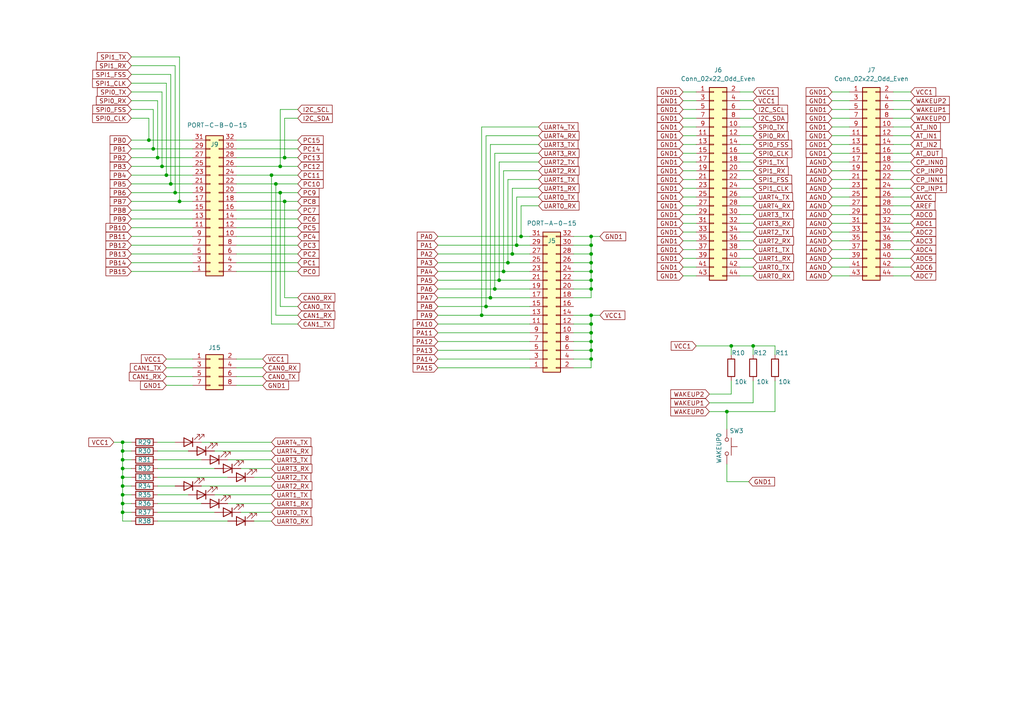
<source format=kicad_sch>
(kicad_sch (version 20250114) (generator "eeschema") (generator_version "9.0")
  (paper "A4")
  (junction (at 171.45 96.52))
  (junction (at 35.56 130.81))
  (junction (at 82.55 58.42))
  (junction (at 35.56 133.35))
  (junction (at 171.45 73.66))
  (junction (at 139.7 91.44))
  (junction (at 149.86 71.12))
  (junction (at 212.09 100.33))
  (junction (at 35.56 128.27))
  (junction (at 35.56 148.59))
  (junction (at 45.72 45.72))
  (junction (at 49.53 53.34))
  (junction (at 148.59 73.66))
  (junction (at 147.32 76.2))
  (junction (at 171.45 78.74))
  (junction (at 43.18 40.64))
  (junction (at 140.97 88.9))
  (junction (at 171.45 99.06))
  (junction (at 78.74 50.8))
  (junction (at 80.01 53.34))
  (junction (at 35.56 140.97))
  (junction (at 50.8 55.88))
  (junction (at 171.45 68.58))
  (junction (at 144.78 81.28))
  (junction (at 171.45 93.98))
  (junction (at 46.99 48.26))
  (junction (at 48.26 50.8))
  (junction (at 142.24 86.36))
  (junction (at 52.07 58.42))
  (junction (at 35.56 146.05))
  (junction (at 218.44 100.33))
  (junction (at 44.45 43.18))
  (junction (at 210.82 119.38))
  (junction (at 35.56 135.89))
  (junction (at 171.45 91.44))
  (junction (at 81.28 55.88))
  (junction (at 171.45 71.12))
  (junction (at 171.45 76.2))
  (junction (at 146.05 78.74))
  (junction (at 171.45 104.14))
  (junction (at 35.56 143.51))
  (junction (at 81.28 48.26))
  (junction (at 171.45 83.82))
  (junction (at 143.51 83.82))
  (junction (at 151.13 68.58))
  (junction (at 171.45 101.6))
  (junction (at 171.45 81.28))
  (junction (at 35.56 138.43))
  (junction (at 82.55 45.72))
  (wire (pts (xy 241.3 64.77) (xy 246.38 64.77)))
  (wire (pts (xy 38.1 45.72) (xy 45.72 45.72)))
  (wire (pts (xy 201.93 100.33) (xy 212.09 100.33)))
  (wire (pts (xy 218.44 100.33) (xy 212.09 100.33)))
  (wire (pts (xy 198.12 69.85) (xy 201.93 69.85)))
  (wire (pts (xy 241.3 36.83) (xy 246.38 36.83)))
  (wire (pts (xy 68.58 60.96) (xy 86.36 60.96)))
  (wire (pts (xy 241.3 72.39) (xy 246.38 72.39)))
  (wire (pts (xy 151.13 68.58) (xy 153.67 68.58)))
  (wire (pts (xy 166.37 71.12) (xy 171.45 71.12)))
  (wire (pts (xy 166.37 104.14) (xy 171.45 104.14)))
  (wire (pts (xy 156.21 54.61) (xy 148.59 54.61)))
  (wire (pts (xy 198.12 57.15) (xy 201.93 57.15)))
  (wire (pts (xy 86.36 93.98) (xy 78.74 93.98)))
  (wire (pts (xy 198.12 72.39) (xy 201.93 72.39)))
  (wire (pts (xy 198.12 54.61) (xy 201.93 54.61)))
  (wire (pts (xy 241.3 74.93) (xy 246.38 74.93)))
  (wire (pts (xy 264.16 69.85) (xy 259.08 69.85)))
  (wire (pts (xy 139.7 36.83) (xy 139.7 91.44)))
  (wire (pts (xy 127 91.44) (xy 139.7 91.44)))
  (wire (pts (xy 38.1 151.13) (xy 35.56 151.13)))
  (wire (pts (xy 198.12 67.31) (xy 201.93 67.31)))
  (wire (pts (xy 147.32 52.07) (xy 147.32 76.2)))
  (wire (pts (xy 35.56 148.59) (xy 35.56 146.05)))
  (wire (pts (xy 38.1 53.34) (xy 49.53 53.34)))
  (wire (pts (xy 66.04 133.35) (xy 78.74 133.35)))
  (wire (pts (xy 86.36 88.9) (xy 81.28 88.9)))
  (wire (pts (xy 73.66 138.43) (xy 78.74 138.43)))
  (wire (pts (xy 241.3 80.01) (xy 246.38 80.01)))
  (wire (pts (xy 210.82 119.38) (xy 224.79 119.38)))
  (wire (pts (xy 214.63 54.61) (xy 218.44 54.61)))
  (wire (pts (xy 142.24 86.36) (xy 153.67 86.36)))
  (wire (pts (xy 156.21 46.99) (xy 144.78 46.99)))
  (wire (pts (xy 264.16 77.47) (xy 259.08 77.47)))
  (wire (pts (xy 38.1 26.67) (xy 46.99 26.67)))
  (wire (pts (xy 38.1 68.58) (xy 55.88 68.58)))
  (wire (pts (xy 264.16 39.37) (xy 259.08 39.37)))
  (wire (pts (xy 166.37 81.28) (xy 171.45 81.28)))
  (wire (pts (xy 198.12 26.67) (xy 201.93 26.67)))
  (wire (pts (xy 156.21 49.53) (xy 146.05 49.53)))
  (wire (pts (xy 218.44 77.47) (xy 214.63 77.47)))
  (wire (pts (xy 166.37 96.52) (xy 171.45 96.52)))
  (wire (pts (xy 156.21 59.69) (xy 151.13 59.69)))
  (wire (pts (xy 198.12 41.91) (xy 201.93 41.91)))
  (wire (pts (xy 171.45 78.74) (xy 171.45 81.28)))
  (wire (pts (xy 38.1 148.59) (xy 35.56 148.59)))
  (wire (pts (xy 38.1 66.04) (xy 55.88 66.04)))
  (wire (pts (xy 78.74 93.98) (xy 78.74 50.8)))
  (wire (pts (xy 62.23 130.81) (xy 78.74 130.81)))
  (wire (pts (xy 35.56 143.51) (xy 35.56 146.05)))
  (wire (pts (xy 127 86.36) (xy 142.24 86.36)))
  (wire (pts (xy 45.72 130.81) (xy 54.61 130.81)))
  (wire (pts (xy 35.56 140.97) (xy 35.56 138.43)))
  (wire (pts (xy 43.18 40.64) (xy 55.88 40.64)))
  (wire (pts (xy 212.09 102.87) (xy 212.09 100.33)))
  (wire (pts (xy 86.36 73.66) (xy 68.58 73.66)))
  (wire (pts (xy 68.58 104.14) (xy 76.2 104.14)))
  (wire (pts (xy 35.56 128.27) (xy 38.1 128.27)))
  (wire (pts (xy 264.16 54.61) (xy 259.08 54.61)))
  (wire (pts (xy 66.04 146.05) (xy 78.74 146.05)))
  (wire (pts (xy 81.28 48.26) (xy 68.58 48.26)))
  (wire (pts (xy 151.13 59.69) (xy 151.13 68.58)))
  (wire (pts (xy 127 71.12) (xy 149.86 71.12)))
  (wire (pts (xy 171.45 68.58) (xy 171.45 71.12)))
  (wire (pts (xy 241.3 26.67) (xy 246.38 26.67)))
  (wire (pts (xy 38.1 48.26) (xy 46.99 48.26)))
  (wire (pts (xy 69.85 148.59) (xy 78.74 148.59)))
  (wire (pts (xy 198.12 64.77) (xy 201.93 64.77)))
  (wire (pts (xy 35.56 133.35) (xy 35.56 130.81)))
  (wire (pts (xy 44.45 43.18) (xy 55.88 43.18)))
  (wire (pts (xy 264.16 34.29) (xy 259.08 34.29)))
  (wire (pts (xy 33.02 128.27) (xy 35.56 128.27)))
  (wire (pts (xy 69.85 135.89) (xy 78.74 135.89)))
  (wire (pts (xy 166.37 93.98) (xy 171.45 93.98)))
  (wire (pts (xy 45.72 128.27) (xy 50.8 128.27)))
  (wire (pts (xy 127 88.9) (xy 140.97 88.9)))
  (wire (pts (xy 127 99.06) (xy 153.67 99.06)))
  (wire (pts (xy 264.16 72.39) (xy 259.08 72.39)))
  (wire (pts (xy 198.12 29.21) (xy 201.93 29.21)))
  (wire (pts (xy 264.16 57.15) (xy 259.08 57.15)))
  (wire (pts (xy 48.26 106.68) (xy 55.88 106.68)))
  (wire (pts (xy 140.97 39.37) (xy 140.97 88.9)))
  (wire (pts (xy 166.37 99.06) (xy 171.45 99.06)))
  (wire (pts (xy 38.1 133.35) (xy 35.56 133.35)))
  (wire (pts (xy 198.12 34.29) (xy 201.93 34.29)))
  (wire (pts (xy 241.3 44.45) (xy 246.38 44.45)))
  (wire (pts (xy 45.72 140.97) (xy 50.8 140.97)))
  (wire (pts (xy 218.44 67.31) (xy 214.63 67.31)))
  (wire (pts (xy 142.24 41.91) (xy 142.24 86.36)))
  (wire (pts (xy 35.56 151.13) (xy 35.56 148.59)))
  (wire (pts (xy 149.86 57.15) (xy 149.86 71.12)))
  (wire (pts (xy 214.63 46.99) (xy 218.44 46.99)))
  (wire (pts (xy 171.45 93.98) (xy 171.45 91.44)))
  (wire (pts (xy 82.55 45.72) (xy 68.58 45.72)))
  (wire (pts (xy 241.3 69.85) (xy 246.38 69.85)))
  (wire (pts (xy 38.1 24.13) (xy 48.26 24.13)))
  (wire (pts (xy 264.16 59.69) (xy 259.08 59.69)))
  (wire (pts (xy 38.1 146.05) (xy 35.56 146.05)))
  (wire (pts (xy 38.1 19.05) (xy 50.8 19.05)))
  (wire (pts (xy 218.44 72.39) (xy 214.63 72.39)))
  (wire (pts (xy 127 101.6) (xy 153.67 101.6)))
  (wire (pts (xy 140.97 88.9) (xy 153.67 88.9)))
  (wire (pts (xy 166.37 68.58) (xy 171.45 68.58)))
  (wire (pts (xy 212.09 114.3) (xy 205.74 114.3)))
  (wire (pts (xy 48.26 104.14) (xy 55.88 104.14)))
  (wire (pts (xy 38.1 58.42) (xy 52.07 58.42)))
  (wire (pts (xy 82.55 58.42) (xy 68.58 58.42)))
  (wire (pts (xy 218.44 64.77) (xy 214.63 64.77)))
  (wire (pts (xy 224.79 100.33) (xy 218.44 100.33)))
  (wire (pts (xy 241.3 67.31) (xy 246.38 67.31)))
  (wire (pts (xy 264.16 31.75) (xy 259.08 31.75)))
  (wire (pts (xy 224.79 102.87) (xy 224.79 100.33)))
  (wire (pts (xy 148.59 73.66) (xy 153.67 73.66)))
  (wire (pts (xy 241.3 57.15) (xy 246.38 57.15)))
  (wire (pts (xy 38.1 71.12) (xy 55.88 71.12)))
  (wire (pts (xy 48.26 109.22) (xy 55.88 109.22)))
  (wire (pts (xy 198.12 49.53) (xy 201.93 49.53)))
  (wire (pts (xy 241.3 77.47) (xy 246.38 77.47)))
  (wire (pts (xy 45.72 133.35) (xy 58.42 133.35)))
  (wire (pts (xy 218.44 110.49) (xy 218.44 116.84)))
  (wire (pts (xy 38.1 73.66) (xy 55.88 73.66)))
  (wire (pts (xy 45.72 135.89) (xy 62.23 135.89)))
  (wire (pts (xy 81.28 88.9) (xy 81.28 55.88)))
  (wire (pts (xy 86.36 91.44) (xy 80.01 91.44)))
  (wire (pts (xy 38.1 29.21) (xy 45.72 29.21)))
  (wire (pts (xy 264.16 64.77) (xy 259.08 64.77)))
  (wire (pts (xy 171.45 73.66) (xy 171.45 76.2)))
  (wire (pts (xy 49.53 21.59) (xy 49.53 53.34)))
  (wire (pts (xy 166.37 106.68) (xy 171.45 106.68)))
  (wire (pts (xy 127 78.74) (xy 146.05 78.74)))
  (wire (pts (xy 198.12 80.01) (xy 201.93 80.01)))
  (wire (pts (xy 171.45 81.28) (xy 171.45 83.82)))
  (wire (pts (xy 143.51 44.45) (xy 143.51 83.82)))
  (wire (pts (xy 38.1 76.2) (xy 55.88 76.2)))
  (wire (pts (xy 148.59 54.61) (xy 148.59 73.66)))
  (wire (pts (xy 35.56 135.89) (xy 35.56 133.35)))
  (wire (pts (xy 86.36 86.36) (xy 82.55 86.36)))
  (wire (pts (xy 198.12 52.07) (xy 201.93 52.07)))
  (wire (pts (xy 45.72 29.21) (xy 45.72 45.72)))
  (wire (pts (xy 86.36 55.88) (xy 81.28 55.88)))
  (wire (pts (xy 38.1 60.96) (xy 55.88 60.96)))
  (wire (pts (xy 86.36 66.04) (xy 68.58 66.04)))
  (wire (pts (xy 86.36 68.58) (xy 68.58 68.58)))
  (wire (pts (xy 218.44 80.01) (xy 214.63 80.01)))
  (wire (pts (xy 38.1 34.29) (xy 43.18 34.29)))
  (wire (pts (xy 166.37 83.82) (xy 171.45 83.82)))
  (wire (pts (xy 86.36 63.5) (xy 68.58 63.5)))
  (wire (pts (xy 127 76.2) (xy 147.32 76.2)))
  (wire (pts (xy 44.45 31.75) (xy 44.45 43.18)))
  (wire (pts (xy 264.16 44.45) (xy 259.08 44.45)))
  (wire (pts (xy 214.63 41.91) (xy 218.44 41.91)))
  (wire (pts (xy 166.37 78.74) (xy 171.45 78.74)))
  (wire (pts (xy 214.63 36.83) (xy 218.44 36.83)))
  (wire (pts (xy 81.28 31.75) (xy 81.28 48.26)))
  (wire (pts (xy 50.8 55.88) (xy 55.88 55.88)))
  (wire (pts (xy 45.72 143.51) (xy 54.61 143.51)))
  (wire (pts (xy 241.3 46.99) (xy 246.38 46.99)))
  (wire (pts (xy 198.12 46.99) (xy 201.93 46.99)))
  (wire (pts (xy 264.16 41.91) (xy 259.08 41.91)))
  (wire (pts (xy 241.3 54.61) (xy 246.38 54.61)))
  (wire (pts (xy 68.58 106.68) (xy 76.2 106.68)))
  (wire (pts (xy 149.86 71.12) (xy 153.67 71.12)))
  (wire (pts (xy 205.74 119.38) (xy 210.82 119.38)))
  (wire (pts (xy 86.36 71.12) (xy 68.58 71.12)))
  (wire (pts (xy 214.63 49.53) (xy 218.44 49.53)))
  (wire (pts (xy 171.45 99.06) (xy 171.45 96.52)))
  (wire (pts (xy 86.36 58.42) (xy 82.55 58.42)))
  (wire (pts (xy 156.21 41.91) (xy 142.24 41.91)))
  (wire (pts (xy 241.3 29.21) (xy 246.38 29.21)))
  (wire (pts (xy 127 104.14) (xy 153.67 104.14)))
  (wire (pts (xy 264.16 67.31) (xy 259.08 67.31)))
  (wire (pts (xy 218.44 62.23) (xy 214.63 62.23)))
  (wire (pts (xy 58.42 140.97) (xy 78.74 140.97)))
  (wire (pts (xy 218.44 34.29) (xy 214.63 34.29)))
  (wire (pts (xy 166.37 76.2) (xy 171.45 76.2)))
  (wire (pts (xy 146.05 49.53) (xy 146.05 78.74)))
  (wire (pts (xy 38.1 31.75) (xy 44.45 31.75)))
  (wire (pts (xy 212.09 110.49) (xy 212.09 114.3)))
  (wire (pts (xy 45.72 151.13) (xy 66.04 151.13)))
  (wire (pts (xy 144.78 81.28) (xy 153.67 81.28)))
  (wire (pts (xy 35.56 143.51) (xy 35.56 140.97)))
  (wire (pts (xy 214.63 39.37) (xy 218.44 39.37)))
  (wire (pts (xy 171.45 71.12) (xy 171.45 73.66)))
  (wire (pts (xy 166.37 73.66) (xy 171.45 73.66)))
  (wire (pts (xy 241.3 41.91) (xy 246.38 41.91)))
  (wire (pts (xy 218.44 74.93) (xy 214.63 74.93)))
  (wire (pts (xy 68.58 111.76) (xy 76.2 111.76)))
  (wire (pts (xy 171.45 96.52) (xy 171.45 93.98)))
  (wire (pts (xy 241.3 39.37) (xy 246.38 39.37)))
  (wire (pts (xy 68.58 109.22) (xy 76.2 109.22)))
  (wire (pts (xy 127 96.52) (xy 153.67 96.52)))
  (wire (pts (xy 156.21 44.45) (xy 143.51 44.45)))
  (wire (pts (xy 127 73.66) (xy 148.59 73.66)))
  (wire (pts (xy 73.66 151.13) (xy 78.74 151.13)))
  (wire (pts (xy 49.53 53.34) (xy 55.88 53.34)))
  (wire (pts (xy 139.7 91.44) (xy 153.67 91.44)))
  (wire (pts (xy 214.63 29.21) (xy 218.44 29.21)))
  (wire (pts (xy 35.56 130.81) (xy 35.56 128.27)))
  (wire (pts (xy 214.63 26.67) (xy 218.44 26.67)))
  (wire (pts (xy 241.3 34.29) (xy 246.38 34.29)))
  (wire (pts (xy 45.72 146.05) (xy 58.42 146.05)))
  (wire (pts (xy 38.1 63.5) (xy 55.88 63.5)))
  (wire (pts (xy 214.63 44.45) (xy 218.44 44.45)))
  (wire (pts (xy 86.36 53.34) (xy 80.01 53.34)))
  (wire (pts (xy 38.1 138.43) (xy 35.56 138.43)))
  (wire (pts (xy 68.58 40.64) (xy 86.36 40.64)))
  (wire (pts (xy 210.82 139.7) (xy 210.82 134.62)))
  (wire (pts (xy 38.1 16.51) (xy 52.07 16.51)))
  (wire (pts (xy 127 83.82) (xy 143.51 83.82)))
  (wire (pts (xy 241.3 59.69) (xy 246.38 59.69)))
  (wire (pts (xy 218.44 59.69) (xy 214.63 59.69)))
  (wire (pts (xy 48.26 111.76) (xy 55.88 111.76)))
  (wire (pts (xy 264.16 52.07) (xy 259.08 52.07)))
  (wire (pts (xy 38.1 140.97) (xy 35.56 140.97)))
  (wire (pts (xy 264.16 26.67) (xy 259.08 26.67)))
  (wire (pts (xy 198.12 44.45) (xy 201.93 44.45)))
  (wire (pts (xy 198.12 39.37) (xy 201.93 39.37)))
  (wire (pts (xy 127 106.68) (xy 153.67 106.68)))
  (wire (pts (xy 127 93.98) (xy 153.67 93.98)))
  (wire (pts (xy 264.16 49.53) (xy 259.08 49.53)))
  (wire (pts (xy 217.17 139.7) (xy 210.82 139.7)))
  (wire (pts (xy 82.55 34.29) (xy 82.55 45.72)))
  (wire (pts (xy 210.82 119.38) (xy 210.82 124.46)))
  (wire (pts (xy 68.58 43.18) (xy 86.36 43.18)))
  (wire (pts (xy 48.26 24.13) (xy 48.26 50.8)))
  (wire (pts (xy 86.36 76.2) (xy 68.58 76.2)))
  (wire (pts (xy 38.1 43.18) (xy 44.45 43.18)))
  (wire (pts (xy 127 81.28) (xy 144.78 81.28)))
  (wire (pts (xy 86.36 48.26) (xy 81.28 48.26)))
  (wire (pts (xy 81.28 55.88) (xy 68.58 55.88)))
  (wire (pts (xy 86.36 34.29) (xy 82.55 34.29)))
  (wire (pts (xy 264.16 80.01) (xy 259.08 80.01)))
  (wire (pts (xy 156.21 36.83) (xy 139.7 36.83)))
  (wire (pts (xy 171.45 83.82) (xy 171.45 86.36)))
  (wire (pts (xy 38.1 40.64) (xy 43.18 40.64)))
  (wire (pts (xy 38.1 21.59) (xy 49.53 21.59)))
  (wire (pts (xy 241.3 49.53) (xy 246.38 49.53)))
  (wire (pts (xy 35.56 138.43) (xy 35.56 135.89)))
  (wire (pts (xy 144.78 46.99) (xy 144.78 81.28)))
  (wire (pts (xy 198.12 36.83) (xy 201.93 36.83)))
  (wire (pts (xy 198.12 77.47) (xy 201.93 77.47)))
  (wire (pts (xy 264.16 74.93) (xy 259.08 74.93)))
  (wire (pts (xy 45.72 45.72) (xy 55.88 45.72)))
  (wire (pts (xy 38.1 135.89) (xy 35.56 135.89)))
  (wire (pts (xy 38.1 50.8) (xy 48.26 50.8)))
  (wire (pts (xy 241.3 62.23) (xy 246.38 62.23)))
  (wire (pts (xy 198.12 31.75) (xy 201.93 31.75)))
  (wire (pts (xy 86.36 31.75) (xy 81.28 31.75)))
  (wire (pts (xy 218.44 31.75) (xy 214.63 31.75)))
  (wire (pts (xy 198.12 62.23) (xy 201.93 62.23)))
  (wire (pts (xy 241.3 52.07) (xy 246.38 52.07)))
  (wire (pts (xy 86.36 50.8) (xy 78.74 50.8)))
  (wire (pts (xy 38.1 143.51) (xy 35.56 143.51)))
  (wire (pts (xy 264.16 36.83) (xy 259.08 36.83)))
  (wire (pts (xy 62.23 143.51) (xy 78.74 143.51)))
  (wire (pts (xy 214.63 52.07) (xy 218.44 52.07)))
  (wire (pts (xy 52.07 16.51) (xy 52.07 58.42)))
  (wire (pts (xy 205.74 116.84) (xy 218.44 116.84)))
  (wire (pts (xy 218.44 57.15) (xy 214.63 57.15)))
  (wire (pts (xy 38.1 130.81) (xy 35.56 130.81)))
  (wire (pts (xy 156.21 52.07) (xy 147.32 52.07)))
  (wire (pts (xy 50.8 19.05) (xy 50.8 55.88)))
  (wire (pts (xy 127 68.58) (xy 151.13 68.58)))
  (wire (pts (xy 171.45 76.2) (xy 171.45 78.74)))
  (wire (pts (xy 166.37 91.44) (xy 171.45 91.44)))
  (wire (pts (xy 58.42 128.27) (xy 78.74 128.27)))
  (wire (pts (xy 224.79 119.38) (xy 224.79 110.49)))
  (wire (pts (xy 171.45 106.68) (xy 171.45 104.14)))
  (wire (pts (xy 46.99 26.67) (xy 46.99 48.26)))
  (wire (pts (xy 78.74 50.8) (xy 68.58 50.8)))
  (wire (pts (xy 218.44 100.33) (xy 218.44 102.87)))
  (wire (pts (xy 171.45 104.14) (xy 171.45 101.6)))
  (wire (pts (xy 241.3 31.75) (xy 246.38 31.75)))
  (wire (pts (xy 45.72 148.59) (xy 62.23 148.59)))
  (wire (pts (xy 166.37 101.6) (xy 171.45 101.6)))
  (wire (pts (xy 46.99 48.26) (xy 55.88 48.26)))
  (wire (pts (xy 156.21 57.15) (xy 149.86 57.15)))
  (wire (pts (xy 52.07 58.42) (xy 55.88 58.42)))
  (wire (pts (xy 147.32 76.2) (xy 153.67 76.2)))
  (wire (pts (xy 166.37 86.36) (xy 171.45 86.36)))
  (wire (pts (xy 86.36 78.74) (xy 68.58 78.74)))
  (wire (pts (xy 171.45 101.6) (xy 171.45 99.06)))
  (wire (pts (xy 48.26 50.8) (xy 55.88 50.8)))
  (wire (pts (xy 80.01 91.44) (xy 80.01 53.34)))
  (wire (pts (xy 198.12 59.69) (xy 201.93 59.69)))
  (wire (pts (xy 80.01 53.34) (xy 68.58 53.34)))
  (wire (pts (xy 264.16 62.23) (xy 259.08 62.23)))
  (wire (pts (xy 218.44 69.85) (xy 214.63 69.85)))
  (wire (pts (xy 143.51 83.82) (xy 153.67 83.82)))
  (wire (pts (xy 264.16 46.99) (xy 259.08 46.99)))
  (wire (pts (xy 171.45 68.58) (xy 173.99 68.58)))
  (wire (pts (xy 38.1 55.88) (xy 50.8 55.88)))
  (wire (pts (xy 82.55 58.42) (xy 82.55 86.36)))
  (wire (pts (xy 86.36 45.72) (xy 82.55 45.72)))
  (wire (pts (xy 146.05 78.74) (xy 153.67 78.74)))
  (wire (pts (xy 45.72 138.43) (xy 66.04 138.43)))
  (wire (pts (xy 38.1 78.74) (xy 55.88 78.74)))
  (wire (pts (xy 171.45 91.44) (xy 173.99 91.44)))
  (wire (pts (xy 156.21 39.37) (xy 140.97 39.37)))
  (wire (pts (xy 198.12 74.93) (xy 201.93 74.93)))
  (wire (pts (xy 264.16 29.21) (xy 259.08 29.21)))
  (wire (pts (xy 43.18 34.29) (xy 43.18 40.64)))
  (global_label "PB11" (shape input) (at 38.1 68.58 180) (property "Intersheetrefs" "${INTERSHEET_REFS}" (effects (hide yes))))
  (global_label "SPI1_CLK" (shape input) (at 38.1 24.13 180) (property "Intersheetrefs" "${INTERSHEET_REFS}" (effects (hide yes))))
  (global_label "GND1" (shape input) (at 198.12 57.15 180) (property "Intersheetrefs" "${INTERSHEET_REFS}" (effects (hide yes))))
  (global_label "UART1_TX" (shape input) (at 78.74 143.51 0) (property "Intersheetrefs" "${INTERSHEET_REFS}" (effects (hide yes))))
  (global_label "ADC1" (shape input) (at 264.16 64.77 0) (property "Intersheetrefs" "${INTERSHEET_REFS}" (effects (hide yes))))
  (global_label "SPI0_CLK" (shape input) (at 38.1 34.29 180) (property "Intersheetrefs" "${INTERSHEET_REFS}" (effects (hide yes))))
  (global_label "UART2_TX" (shape input) (at 156.21 46.99 0) (property "Intersheetrefs" "${INTERSHEET_REFS}" (effects (hide yes))))
  (global_label "ADC6" (shape input) (at 264.16 77.47 0) (property "Intersheetrefs" "${INTERSHEET_REFS}" (effects (hide yes))))
  (global_label "GND1" (shape input) (at 198.12 72.39 180) (property "Intersheetrefs" "${INTERSHEET_REFS}" (effects (hide yes))))
  (global_label "UART4_TX" (shape input) (at 218.44 57.15 0) (property "Intersheetrefs" "${INTERSHEET_REFS}" (effects (hide yes))))
  (global_label "PB13" (shape input) (at 38.1 73.66 180) (property "Intersheetrefs" "${INTERSHEET_REFS}" (effects (hide yes))))
  (global_label "PB1" (shape input) (at 38.1 43.18 180) (property "Intersheetrefs" "${INTERSHEET_REFS}" (effects (hide yes))))
  (global_label "UART0_RX" (shape input) (at 156.21 59.69 0) (property "Intersheetrefs" "${INTERSHEET_REFS}" (effects (hide yes))))
  (global_label "SPI1_RX" (shape input) (at 38.1 19.05 180) (property "Intersheetrefs" "${INTERSHEET_REFS}" (effects (hide yes))))
  (global_label "UART1_RX" (shape input) (at 218.44 74.93 0) (property "Intersheetrefs" "${INTERSHEET_REFS}" (effects (hide yes))))
  (global_label "UART1_RX" (shape input) (at 156.21 54.61 0) (property "Intersheetrefs" "${INTERSHEET_REFS}" (effects (hide yes))))
  (global_label "CAN1_TX" (shape input) (at 48.26 106.68 180) (property "Intersheetrefs" "${INTERSHEET_REFS}" (effects (hide yes))))
  (global_label "GND1" (shape input) (at 241.3 39.37 180) (property "Intersheetrefs" "${INTERSHEET_REFS}" (effects (hide yes))))
  (global_label "PA1" (shape input) (at 127 71.12 180) (property "Intersheetrefs" "${INTERSHEET_REFS}" (effects (hide yes))))
  (global_label "GND1" (shape input) (at 198.12 59.69 180) (property "Intersheetrefs" "${INTERSHEET_REFS}" (effects (hide yes))))
  (global_label "PB5" (shape input) (at 38.1 53.34 180) (property "Intersheetrefs" "${INTERSHEET_REFS}" (effects (hide yes))))
  (global_label "AREF" (shape input) (at 264.16 59.69 0) (property "Intersheetrefs" "${INTERSHEET_REFS}" (effects (hide yes))))
  (global_label "CP_INN0" (shape input) (at 264.16 46.99 0) (property "Intersheetrefs" "${INTERSHEET_REFS}" (effects (hide yes))))
  (global_label "GND1" (shape input) (at 198.12 34.29 180) (property "Intersheetrefs" "${INTERSHEET_REFS}" (effects (hide yes))))
  (global_label "GND1" (shape input) (at 241.3 36.83 180) (property "Intersheetrefs" "${INTERSHEET_REFS}" (effects (hide yes))))
  (global_label "PC11" (shape input) (at 86.36 50.8 0) (property "Intersheetrefs" "${INTERSHEET_REFS}" (effects (hide yes))))
  (global_label "CP_INN1" (shape input) (at 264.16 52.07 0) (property "Intersheetrefs" "${INTERSHEET_REFS}" (effects (hide yes))))
  (global_label "PA13" (shape input) (at 127 101.6 180) (property "Intersheetrefs" "${INTERSHEET_REFS}" (effects (hide yes))))
  (global_label "UART1_TX" (shape input) (at 156.21 52.07 0) (property "Intersheetrefs" "${INTERSHEET_REFS}" (effects (hide yes))))
  (global_label "PB4" (shape input) (at 38.1 50.8 180) (property "Intersheetrefs" "${INTERSHEET_REFS}" (effects (hide yes))))
  (global_label "GND1" (shape input) (at 173.99 68.58 0) (property "Intersheetrefs" "${INTERSHEET_REFS}" (effects (hide yes))))
  (global_label "UART3_TX" (shape input) (at 78.74 133.35 0) (property "Intersheetrefs" "${INTERSHEET_REFS}" (effects (hide yes))))
  (global_label "PC14" (shape input) (at 86.36 43.18 0) (property "Intersheetrefs" "${INTERSHEET_REFS}" (effects (hide yes))))
  (global_label "SPI1_TX" (shape input) (at 38.1 16.51 180) (property "Intersheetrefs" "${INTERSHEET_REFS}" (effects (hide yes))))
  (global_label "GND1" (shape input) (at 241.3 41.91 180) (property "Intersheetrefs" "${INTERSHEET_REFS}" (effects (hide yes))))
  (global_label "GND1" (shape input) (at 198.12 39.37 180) (property "Intersheetrefs" "${INTERSHEET_REFS}" (effects (hide yes))))
  (global_label "AGND" (shape input) (at 241.3 46.99 180) (property "Intersheetrefs" "${INTERSHEET_REFS}" (effects (hide yes))))
  (global_label "AGND" (shape input) (at 241.3 72.39 180) (property "Intersheetrefs" "${INTERSHEET_REFS}" (effects (hide yes))))
  (global_label "AGND" (shape input) (at 241.3 67.31 180) (property "Intersheetrefs" "${INTERSHEET_REFS}" (effects (hide yes))))
  (global_label "SPI0_FSS" (shape input) (at 218.44 41.91 0) (property "Intersheetrefs" "${INTERSHEET_REFS}" (effects (hide yes))))
  (global_label "PA7" (shape input) (at 127 86.36 180) (property "Intersheetrefs" "${INTERSHEET_REFS}" (effects (hide yes))))
  (global_label "UART3_RX" (shape input) (at 218.44 64.77 0) (property "Intersheetrefs" "${INTERSHEET_REFS}" (effects (hide yes))))
  (global_label "ADC4" (shape input) (at 264.16 72.39 0) (property "Intersheetrefs" "${INTERSHEET_REFS}" (effects (hide yes))))
  (global_label "UART1_RX" (shape input) (at 78.74 146.05 0) (property "Intersheetrefs" "${INTERSHEET_REFS}" (effects (hide yes))))
  (global_label "SPI0_FSS" (shape input) (at 38.1 31.75 180) (property "Intersheetrefs" "${INTERSHEET_REFS}" (effects (hide yes))))
  (global_label "UART2_TX" (shape input) (at 218.44 67.31 0) (property "Intersheetrefs" "${INTERSHEET_REFS}" (effects (hide yes))))
  (global_label "WAKEUP0" (shape input) (at 264.16 34.29 0) (property "Intersheetrefs" "${INTERSHEET_REFS}" (effects (hide yes))))
  (global_label "GND1" (shape input) (at 198.12 80.01 180) (property "Intersheetrefs" "${INTERSHEET_REFS}" (effects (hide yes))))
  (global_label "CAN0_RX" (shape input) (at 76.2 106.68 0) (property "Intersheetrefs" "${INTERSHEET_REFS}" (effects (hide yes))))
  (global_label "UART0_TX" (shape input) (at 218.44 77.47 0) (property "Intersheetrefs" "${INTERSHEET_REFS}" (effects (hide yes))))
  (global_label "I2C_SDA" (shape input) (at 218.44 34.29 0) (property "Intersheetrefs" "${INTERSHEET_REFS}" (effects (hide yes))))
  (global_label "I2C_SDA" (shape input) (at 86.36 34.29 0) (property "Intersheetrefs" "${INTERSHEET_REFS}" (effects (hide yes))))
  (global_label "ADC7" (shape input) (at 264.16 80.01 0) (property "Intersheetrefs" "${INTERSHEET_REFS}" (effects (hide yes))))
  (global_label "UART3_TX" (shape input) (at 218.44 62.23 0) (property "Intersheetrefs" "${INTERSHEET_REFS}" (effects (hide yes))))
  (global_label "PB7" (shape input) (at 38.1 58.42 180) (property "Intersheetrefs" "${INTERSHEET_REFS}" (effects (hide yes))))
  (global_label "GND1" (shape input) (at 198.12 41.91 180) (property "Intersheetrefs" "${INTERSHEET_REFS}" (effects (hide yes))))
  (global_label "GND1" (shape input) (at 198.12 67.31 180) (property "Intersheetrefs" "${INTERSHEET_REFS}" (effects (hide yes))))
  (global_label "AGND" (shape input) (at 241.3 57.15 180) (property "Intersheetrefs" "${INTERSHEET_REFS}" (effects (hide yes))))
  (global_label "SPI1_FSS" (shape input) (at 218.44 52.07 0) (property "Intersheetrefs" "${INTERSHEET_REFS}" (effects (hide yes))))
  (global_label "PB2" (shape input) (at 38.1 45.72 180) (property "Intersheetrefs" "${INTERSHEET_REFS}" (effects (hide yes))))
  (global_label "GND1" (shape input) (at 198.12 29.21 180) (property "Intersheetrefs" "${INTERSHEET_REFS}" (effects (hide yes))))
  (global_label "CAN1_RX" (shape input) (at 48.26 109.22 180) (property "Intersheetrefs" "${INTERSHEET_REFS}" (effects (hide yes))))
  (global_label "GND1" (shape input) (at 241.3 29.21 180) (property "Intersheetrefs" "${INTERSHEET_REFS}" (effects (hide yes))))
  (global_label "PB3" (shape input) (at 38.1 48.26 180) (property "Intersheetrefs" "${INTERSHEET_REFS}" (effects (hide yes))))
  (global_label "GND1" (shape input) (at 198.12 77.47 180) (property "Intersheetrefs" "${INTERSHEET_REFS}" (effects (hide yes))))
  (global_label "SPI1_FSS" (shape input) (at 38.1 21.59 180) (property "Intersheetrefs" "${INTERSHEET_REFS}" (effects (hide yes))))
  (global_label "VCC1" (shape input) (at 201.93 100.33 180) (property "Intersheetrefs" "${INTERSHEET_REFS}" (effects (hide yes))))
  (global_label "VCC1" (shape input) (at 33.02 128.27 180) (property "Intersheetrefs" "${INTERSHEET_REFS}" (effects (hide yes))))
  (global_label "PA2" (shape input) (at 127 73.66 180) (property "Intersheetrefs" "${INTERSHEET_REFS}" (effects (hide yes))))
  (global_label "GND1" (shape input) (at 198.12 69.85 180) (property "Intersheetrefs" "${INTERSHEET_REFS}" (effects (hide yes))))
  (global_label "WAKEUP1" (shape input) (at 264.16 31.75 0) (property "Intersheetrefs" "${INTERSHEET_REFS}" (effects (hide yes))))
  (global_label "UART3_RX" (shape input) (at 156.21 44.45 0) (property "Intersheetrefs" "${INTERSHEET_REFS}" (effects (hide yes))))
  (global_label "PC3" (shape input) (at 86.36 71.12 0) (property "Intersheetrefs" "${INTERSHEET_REFS}" (effects (hide yes))))
  (global_label "PA5" (shape input) (at 127 81.28 180) (property "Intersheetrefs" "${INTERSHEET_REFS}" (effects (hide yes))))
  (global_label "GND1" (shape input) (at 198.12 52.07 180) (property "Intersheetrefs" "${INTERSHEET_REFS}" (effects (hide yes))))
  (global_label "CP_INP1" (shape input) (at 264.16 54.61 0) (property "Intersheetrefs" "${INTERSHEET_REFS}" (effects (hide yes))))
  (global_label "PB0" (shape input) (at 38.1 40.64 180) (property "Intersheetrefs" "${INTERSHEET_REFS}" (effects (hide yes))))
  (global_label "I2C_SCL" (shape input) (at 86.36 31.75 0) (property "Intersheetrefs" "${INTERSHEET_REFS}" (effects (hide yes))))
  (global_label "PC1" (shape input) (at 86.36 76.2 0) (property "Intersheetrefs" "${INTERSHEET_REFS}" (effects (hide yes))))
  (global_label "CAN1_TX" (shape input) (at 86.36 93.98 0) (property "Intersheetrefs" "${INTERSHEET_REFS}" (effects (hide yes))))
  (global_label "GND1" (shape input) (at 241.3 44.45 180) (property "Intersheetrefs" "${INTERSHEET_REFS}" (effects (hide yes))))
  (global_label "CAN1_RX" (shape input) (at 86.36 91.44 0) (property "Intersheetrefs" "${INTERSHEET_REFS}" (effects (hide yes))))
  (global_label "VCC1" (shape input) (at 48.26 104.14 180) (property "Intersheetrefs" "${INTERSHEET_REFS}" (effects (hide yes))))
  (global_label "VCC1" (shape input) (at 218.44 26.67 0) (property "Intersheetrefs" "${INTERSHEET_REFS}" (effects (hide yes))))
  (global_label "PC0" (shape input) (at 86.36 78.74 0) (property "Intersheetrefs" "${INTERSHEET_REFS}" (effects (hide yes))))
  (global_label "UART1_TX" (shape input) (at 218.44 72.39 0) (property "Intersheetrefs" "${INTERSHEET_REFS}" (effects (hide yes))))
  (global_label "PB12" (shape input) (at 38.1 71.12 180) (property "Intersheetrefs" "${INTERSHEET_REFS}" (effects (hide yes))))
  (global_label "SPI1_RX" (shape input) (at 218.44 49.53 0) (property "Intersheetrefs" "${INTERSHEET_REFS}" (effects (hide yes))))
  (global_label "UART0_RX" (shape input) (at 78.74 151.13 0) (property "Intersheetrefs" "${INTERSHEET_REFS}" (effects (hide yes))))
  (global_label "GND1" (shape input) (at 198.12 44.45 180) (property "Intersheetrefs" "${INTERSHEET_REFS}" (effects (hide yes))))
  (global_label "GND1" (shape input) (at 76.2 111.76 0) (property "Intersheetrefs" "${INTERSHEET_REFS}" (effects (hide yes))))
  (global_label "GND1" (shape input) (at 198.12 31.75 180) (property "Intersheetrefs" "${INTERSHEET_REFS}" (effects (hide yes))))
  (global_label "SPI0_CLK" (shape input) (at 218.44 44.45 0) (property "Intersheetrefs" "${INTERSHEET_REFS}" (effects (hide yes))))
  (global_label "PC7" (shape input) (at 86.36 60.96 0) (property "Intersheetrefs" "${INTERSHEET_REFS}" (effects (hide yes))))
  (global_label "UART4_RX" (shape input) (at 156.21 39.37 0) (property "Intersheetrefs" "${INTERSHEET_REFS}" (effects (hide yes))))
  (global_label "AGND" (shape input) (at 241.3 59.69 180) (property "Intersheetrefs" "${INTERSHEET_REFS}" (effects (hide yes))))
  (global_label "PC9" (shape input) (at 86.36 55.88 0) (property "Intersheetrefs" "${INTERSHEET_REFS}" (effects (hide yes))))
  (global_label "CAN0_TX" (shape input) (at 86.36 88.9 0) (property "Intersheetrefs" "${INTERSHEET_REFS}" (effects (hide yes))))
  (global_label "UART2_RX" (shape input) (at 218.44 69.85 0) (property "Intersheetrefs" "${INTERSHEET_REFS}" (effects (hide yes))))
  (global_label "PA4" (shape input) (at 127 78.74 180) (property "Intersheetrefs" "${INTERSHEET_REFS}" (effects (hide yes))))
  (global_label "WAKEUP1" (shape input) (at 205.74 116.84 180) (property "Intersheetrefs" "${INTERSHEET_REFS}" (effects (hide yes))))
  (global_label "UART2_RX" (shape input) (at 156.21 49.53 0) (property "Intersheetrefs" "${INTERSHEET_REFS}" (effects (hide yes))))
  (global_label "AT_IN2" (shape input) (at 264.16 41.91 0) (property "Intersheetrefs" "${INTERSHEET_REFS}" (effects (hide yes))))
  (global_label "PA3" (shape input) (at 127 76.2 180) (property "Intersheetrefs" "${INTERSHEET_REFS}" (effects (hide yes))))
  (global_label "PC4" (shape input) (at 86.36 68.58 0) (property "Intersheetrefs" "${INTERSHEET_REFS}" (effects (hide yes))))
  (global_label "GND1" (shape input) (at 241.3 34.29 180) (property "Intersheetrefs" "${INTERSHEET_REFS}" (effects (hide yes))))
  (global_label "VCC1" (shape input) (at 76.2 104.14 0) (property "Intersheetrefs" "${INTERSHEET_REFS}" (effects (hide yes))))
  (global_label "GND1" (shape input) (at 198.12 26.67 180) (property "Intersheetrefs" "${INTERSHEET_REFS}" (effects (hide yes))))
  (global_label "AGND" (shape input) (at 241.3 80.01 180) (property "Intersheetrefs" "${INTERSHEET_REFS}" (effects (hide yes))))
  (global_label "PC10" (shape input) (at 86.36 53.34 0) (property "Intersheetrefs" "${INTERSHEET_REFS}" (effects (hide yes))))
  (global_label "PC2" (shape input) (at 86.36 73.66 0) (property "Intersheetrefs" "${INTERSHEET_REFS}" (effects (hide yes))))
  (global_label "PA6" (shape input) (at 127 83.82 180) (property "Intersheetrefs" "${INTERSHEET_REFS}" (effects (hide yes))))
  (global_label "GND1" (shape input) (at 198.12 36.83 180) (property "Intersheetrefs" "${INTERSHEET_REFS}" (effects (hide yes))))
  (global_label "GND1" (shape input) (at 198.12 46.99 180) (property "Intersheetrefs" "${INTERSHEET_REFS}" (effects (hide yes))))
  (global_label "AGND" (shape input) (at 241.3 74.93 180) (property "Intersheetrefs" "${INTERSHEET_REFS}" (effects (hide yes))))
  (global_label "PB8" (shape input) (at 38.1 60.96 180) (property "Intersheetrefs" "${INTERSHEET_REFS}" (effects (hide yes))))
  (global_label "SPI0_RX" (shape input) (at 218.44 39.37 0) (property "Intersheetrefs" "${INTERSHEET_REFS}" (effects (hide yes))))
  (global_label "UART4_RX" (shape input) (at 78.74 130.81 0) (property "Intersheetrefs" "${INTERSHEET_REFS}" (effects (hide yes))))
  (global_label "PB14" (shape input) (at 38.1 76.2 180) (property "Intersheetrefs" "${INTERSHEET_REFS}" (effects (hide yes))))
  (global_label "PC8" (shape input) (at 86.36 58.42 0) (property "Intersheetrefs" "${INTERSHEET_REFS}" (effects (hide yes))))
  (global_label "I2C_SCL" (shape input) (at 218.44 31.75 0) (property "Intersheetrefs" "${INTERSHEET_REFS}" (effects (hide yes))))
  (global_label "CAN0_RX" (shape input) (at 86.36 86.36 0) (property "Intersheetrefs" "${INTERSHEET_REFS}" (effects (hide yes))))
  (global_label "PA12" (shape input) (at 127 99.06 180) (property "Intersheetrefs" "${INTERSHEET_REFS}" (effects (hide yes))))
  (global_label "ADC5" (shape input) (at 264.16 74.93 0) (property "Intersheetrefs" "${INTERSHEET_REFS}" (effects (hide yes))))
  (global_label "UART2_TX" (shape input) (at 78.74 138.43 0) (property "Intersheetrefs" "${INTERSHEET_REFS}" (effects (hide yes))))
  (global_label "UART0_TX" (shape input) (at 78.74 148.59 0) (property "Intersheetrefs" "${INTERSHEET_REFS}" (effects (hide yes))))
  (global_label "CP_INP0" (shape input) (at 264.16 49.53 0) (property "Intersheetrefs" "${INTERSHEET_REFS}" (effects (hide yes))))
  (global_label "UART0_TX" (shape input) (at 156.21 57.15 0) (property "Intersheetrefs" "${INTERSHEET_REFS}" (effects (hide yes))))
  (global_label "UART3_RX" (shape input) (at 78.74 135.89 0) (property "Intersheetrefs" "${INTERSHEET_REFS}" (effects (hide yes))))
  (global_label "PC13" (shape input) (at 86.36 45.72 0) (property "Intersheetrefs" "${INTERSHEET_REFS}" (effects (hide yes))))
  (global_label "PC6" (shape input) (at 86.36 63.5 0) (property "Intersheetrefs" "${INTERSHEET_REFS}" (effects (hide yes))))
  (global_label "VCC1" (shape input) (at 218.44 29.21 0) (property "Intersheetrefs" "${INTERSHEET_REFS}" (effects (hide yes))))
  (global_label "SPI1_TX" (shape input) (at 218.44 46.99 0) (property "Intersheetrefs" "${INTERSHEET_REFS}" (effects (hide yes))))
  (global_label "UART3_TX" (shape input) (at 156.21 41.91 0) (property "Intersheetrefs" "${INTERSHEET_REFS}" (effects (hide yes))))
  (global_label "PA9" (shape input) (at 127 91.44 180) (property "Intersheetrefs" "${INTERSHEET_REFS}" (effects (hide yes))))
  (global_label "AGND" (shape input) (at 241.3 54.61 180) (property "Intersheetrefs" "${INTERSHEET_REFS}" (effects (hide yes))))
  (global_label "GND1" (shape input) (at 198.12 49.53 180) (property "Intersheetrefs" "${INTERSHEET_REFS}" (effects (hide yes))))
  (global_label "AGND" (shape input) (at 241.3 49.53 180) (property "Intersheetrefs" "${INTERSHEET_REFS}" (effects (hide yes))))
  (global_label "PB10" (shape input) (at 38.1 66.04 180) (property "Intersheetrefs" "${INTERSHEET_REFS}" (effects (hide yes))))
  (global_label "UART4_TX" (shape input) (at 156.21 36.83 0) (property "Intersheetrefs" "${INTERSHEET_REFS}" (effects (hide yes))))
  (global_label "PA8" (shape input) (at 127 88.9 180) (property "Intersheetrefs" "${INTERSHEET_REFS}" (effects (hide yes))))
  (global_label "AGND" (shape input) (at 241.3 77.47 180) (property "Intersheetrefs" "${INTERSHEET_REFS}" (effects (hide yes))))
  (global_label "SPI0_RX" (shape input) (at 38.1 29.21 180) (property "Intersheetrefs" "${INTERSHEET_REFS}" (effects (hide yes))))
  (global_label "GND1" (shape input) (at 241.3 26.67 180) (property "Intersheetrefs" "${INTERSHEET_REFS}" (effects (hide yes))))
  (global_label "CAN0_TX" (shape input) (at 76.2 109.22 0) (property "Intersheetrefs" "${INTERSHEET_REFS}" (effects (hide yes))))
  (global_label "PA0" (shape input) (at 127 68.58 180) (property "Intersheetrefs" "${INTERSHEET_REFS}" (effects (hide yes))))
  (global_label "ADC0" (shape input) (at 264.16 62.23 0) (property "Intersheetrefs" "${INTERSHEET_REFS}" (effects (hide yes))))
  (global_label "WAKEUP2" (shape input) (at 264.16 29.21 0) (property "Intersheetrefs" "${INTERSHEET_REFS}" (effects (hide yes))))
  (global_label "AGND" (shape input) (at 241.3 62.23 180) (property "Intersheetrefs" "${INTERSHEET_REFS}" (effects (hide yes))))
  (global_label "AT_OUT" (shape input) (at 264.16 44.45 0) (property "Intersheetrefs" "${INTERSHEET_REFS}" (effects (hide yes))))
  (global_label "GND1" (shape input) (at 198.12 62.23 180) (property "Intersheetrefs" "${INTERSHEET_REFS}" (effects (hide yes))))
  (global_label "UART2_RX" (shape input) (at 78.74 140.97 0) (property "Intersheetrefs" "${INTERSHEET_REFS}" (effects (hide yes))))
  (global_label "GND1" (shape input) (at 198.12 54.61 180) (property "Intersheetrefs" "${INTERSHEET_REFS}" (effects (hide yes))))
  (global_label "PC12" (shape input) (at 86.36 48.26 0) (property "Intersheetrefs" "${INTERSHEET_REFS}" (effects (hide yes))))
  (global_label "GND1" (shape input) (at 198.12 64.77 180) (property "Intersheetrefs" "${INTERSHEET_REFS}" (effects (hide yes))))
  (global_label "PB15" (shape input) (at 38.1 78.74 180) (property "Intersheetrefs" "${INTERSHEET_REFS}" (effects (hide yes))))
  (global_label "AT_IN0" (shape input) (at 264.16 36.83 0) (property "Intersheetrefs" "${INTERSHEET_REFS}" (effects (hide yes))))
  (global_label "VCC1" (shape input) (at 264.16 26.67 0) (property "Intersheetrefs" "${INTERSHEET_REFS}" (effects (hide yes))))
  (global_label "UART4_TX" (shape input) (at 78.74 128.27 0) (property "Intersheetrefs" "${INTERSHEET_REFS}" (effects (hide yes))))
  (global_label "GND1" (shape input) (at 198.12 74.93 180) (property "Intersheetrefs" "${INTERSHEET_REFS}" (effects (hide yes))))
  (global_label "SPI0_TX" (shape input) (at 38.1 26.67 180) (property "Intersheetrefs" "${INTERSHEET_REFS}" (effects (hide yes))))
  (global_label "PA15" (shape input) (at 127 106.68 180) (property "Intersheetrefs" "${INTERSHEET_REFS}" (effects (hide yes))))
  (global_label "UART4_RX" (shape input) (at 218.44 59.69 0) (property "Intersheetrefs" "${INTERSHEET_REFS}" (effects (hide yes))))
  (global_label "AGND" (shape input) (at 241.3 52.07 180) (property "Intersheetrefs" "${INTERSHEET_REFS}" (effects (hide yes))))
  (global_label "SPI0_TX" (shape input) (at 218.44 36.83 0) (property "Intersheetrefs" "${INTERSHEET_REFS}" (effects (hide yes))))
  (global_label "AVCC" (shape input) (at 264.16 57.15 0) (property "Intersheetrefs" "${INTERSHEET_REFS}" (effects (hide yes))))
  (global_label "ADC2" (shape input) (at 264.16 67.31 0) (property "Intersheetrefs" "${INTERSHEET_REFS}" (effects (hide yes))))
  (global_label "PA11" (shape input) (at 127 96.52 180) (property "Intersheetrefs" "${INTERSHEET_REFS}" (effects (hide yes))))
  (global_label "PC15" (shape input) (at 86.36 40.64 0) (property "Intersheetrefs" "${INTERSHEET_REFS}" (effects (hide yes))))
  (global_label "GND1" (shape input) (at 48.26 111.76 180) (property "Intersheetrefs" "${INTERSHEET_REFS}" (effects (hide yes))))
  (global_label "PA14" (shape input) (at 127 104.14 180) (property "Intersheetrefs" "${INTERSHEET_REFS}" (effects (hide yes))))
  (global_label "VCC1" (shape input) (at 173.99 91.44 0) (property "Intersheetrefs" "${INTERSHEET_REFS}" (effects (hide yes))))
  (global_label "PA10" (shape input) (at 127 93.98 180) (property "Intersheetrefs" "${INTERSHEET_REFS}" (effects (hide yes))))
  (global_label "UART0_RX" (shape input) (at 218.44 80.01 0) (property "Intersheetrefs" "${INTERSHEET_REFS}" (effects (hide yes))))
  (global_label "PB9" (shape input) (at 38.1 63.5 180) (property "Intersheetrefs" "${INTERSHEET_REFS}" (effects (hide yes))))
  (global_label "WAKEUP0" (shape input) (at 205.74 119.38 180) (property "Intersheetrefs" "${INTERSHEET_REFS}" (effects (hide yes))))
  (global_label "ADC3" (shape input) (at 264.16 69.85 0) (property "Intersheetrefs" "${INTERSHEET_REFS}" (effects (hide yes))))
  (global_label "PC5" (shape input) (at 86.36 66.04 0) (property "Intersheetrefs" "${INTERSHEET_REFS}" (effects (hide yes))))
  (global_label "SPI1_CLK" (shape input) (at 218.44 54.61 0) (property "Intersheetrefs" "${INTERSHEET_REFS}" (effects (hide yes))))
  (global_label "AGND" (shape input) (at 241.3 64.77 180) (property "Intersheetrefs" "${INTERSHEET_REFS}" (effects (hide yes))))
  (global_label "PB6" (shape input) (at 38.1 55.88 180) (property "Intersheetrefs" "${INTERSHEET_REFS}" (effects (hide yes))))
  (global_label "AT_IN1" (shape input) (at 264.16 39.37 0) (property "Intersheetrefs" "${INTERSHEET_REFS}" (effects (hide yes))))
  (global_label "GND1" (shape input) (at 217.17 139.7 0) (property "Intersheetrefs" "${INTERSHEET_REFS}" (effects (hide yes))))
  (global_label "GND1" (shape input) (at 241.3 31.75 180) (property "Intersheetrefs" "${INTERSHEET_REFS}" (effects (hide yes))))
  (global_label "AGND" (shape input) (at 241.3 69.85 180) (property "Intersheetrefs" "${INTERSHEET_REFS}" (effects (hide yes))))
  (global_label "WAKEUP2" (shape input) (at 205.74 114.3 180) (property "Intersheetrefs" "${INTERSHEET_REFS}" (effects (hide yes))))
  (symbol (lib_id "Switch:SW_Push") (at 210.82 129.54 270) (unit 1)
    (property "Reference" "SW3" (at 211.582 124.968 90) (effects (justify left)))
    (property "Value" "WAKEUP0" (at 208.534 125.476 0) (effects (justify left)))
    (property "Footprint" "Button_Switch_SMD:SW_SPST_PTS647_Sx38" (effects (hide yes)))
    (property "Description" "Push button switch, generic, two pins" (effects (hide yes)))
  )
  (symbol (lib_id "Device:LED") (at 69.85 151.13 180) (unit 1)
    (property "Reference" "D18" (effects (hide yes)))
    (property "Value" "U0RX" (effects (hide yes)))
    (property "Footprint" "LED_SMD:LED_0805_2012Metric" (effects (hide yes)))
    (property "Description" "Light emitting diode" (effects (hide yes)))
    (property "Sim.Pins" "1=K 2=A" (effects (hide yes)))
  )
  (symbol (lib_id "Device:LED") (at 62.23 146.05 180) (unit 1)
    (property "Reference" "D16" (effects (hide yes)))
    (property "Value" "U1RX" (effects (hide yes)))
    (property "Footprint" "LED_SMD:LED_0805_2012Metric" (effects (hide yes)))
    (property "Description" "Light emitting diode" (effects (hide yes)))
    (property "Sim.Pins" "1=K 2=A" (effects (hide yes)))
  )
  (symbol (lib_id "Connector_Generic:Conn_02x16_Odd_Even") (at 60.96 60.96 0) (mirror x) (unit 1)
    (property "Reference" "J9" (at 62.23 41.91 0))
    (property "Value" "PORT-C-B-0-15" (at 62.992 36.322 0))
    (property "Footprint" "Connector_PinHeader_2.54mm:PinHeader_2x16_P2.54mm_Vertical" (effects (hide yes)))
    (property "Description" "Generic connector, double row, 02x16, odd/even pin numbering scheme (row 1 odd numbers, row 2 even numbers), script generated (kicad-library-utils/schlib/autogen/connector/)" (effects (hide yes)))
  )
  (symbol (lib_id "Device:R") (at 41.91 138.43 270) (unit 1)
    (property "Reference" "R33" (at 41.91 138.43 90))
    (property "Value" "1k" (effects (hide yes)))
    (property "Footprint" "Resistor_SMD:R_0805_2012Metric" (effects (hide yes)))
    (property "Description" "Resistor" (effects (hide yes)))
  )
  (symbol (lib_id "Device:R") (at 41.91 151.13 270) (unit 1)
    (property "Reference" "R38" (at 41.91 151.13 90))
    (property "Value" "1k" (effects (hide yes)))
    (property "Footprint" "Resistor_SMD:R_0805_2012Metric" (effects (hide yes)))
    (property "Description" "Resistor" (effects (hide yes)))
  )
  (symbol (lib_id "Device:LED") (at 66.04 135.89 180) (unit 1)
    (property "Reference" "D13" (effects (hide yes)))
    (property "Value" "U3RX" (effects (hide yes)))
    (property "Footprint" "LED_SMD:LED_0805_2012Metric" (effects (hide yes)))
    (property "Description" "Light emitting diode" (effects (hide yes)))
    (property "Sim.Pins" "1=K 2=A" (effects (hide yes)))
  )
  (symbol (lib_id "Device:R") (at 41.91 140.97 270) (unit 1)
    (property "Reference" "R34" (at 41.91 140.97 90))
    (property "Value" "1k" (effects (hide yes)))
    (property "Footprint" "Resistor_SMD:R_0805_2012Metric" (effects (hide yes)))
    (property "Description" "Resistor" (effects (hide yes)))
  )
  (symbol (lib_id "Device:LED") (at 54.61 128.27 180) (unit 1)
    (property "Reference" "D10" (effects (hide yes)))
    (property "Value" "U4TX" (effects (hide yes)))
    (property "Footprint" "LED_SMD:LED_0805_2012Metric" (effects (hide yes)))
    (property "Description" "Light emitting diode" (effects (hide yes)))
    (property "Sim.Pins" "1=K 2=A" (effects (hide yes)))
  )
  (symbol (lib_id "Device:R") (at 41.91 146.05 270) (unit 1)
    (property "Reference" "R36" (at 41.91 146.05 90))
    (property "Value" "1k" (effects (hide yes)))
    (property "Footprint" "Resistor_SMD:R_0805_2012Metric" (effects (hide yes)))
    (property "Description" "Resistor" (effects (hide yes)))
  )
  (symbol (lib_id "Device:R") (at 41.91 148.59 270) (unit 1)
    (property "Reference" "R37" (at 41.91 148.59 90))
    (property "Value" "1k" (effects (hide yes)))
    (property "Footprint" "Resistor_SMD:R_0805_2012Metric" (effects (hide yes)))
    (property "Description" "Resistor" (effects (hide yes)))
  )
  (symbol (lib_id "Device:R") (at 41.91 128.27 270) (unit 1)
    (property "Reference" "R29" (at 41.91 128.27 90))
    (property "Value" "1k" (effects (hide yes)))
    (property "Footprint" "Resistor_SMD:R_0805_2012Metric" (effects (hide yes)))
    (property "Description" "Resistor" (effects (hide yes)))
  )
  (symbol (lib_id "Connector_Generic:Conn_02x16_Odd_Even") (at 158.75 88.9 0) (mirror x) (unit 1)
    (property "Reference" "J5" (at 160.02 69.85 0))
    (property "Value" "PORT-A-0-15" (at 160.02 64.77 0))
    (property "Footprint" "Connector_PinHeader_2.54mm:PinHeader_2x16_P2.54mm_Vertical" (effects (hide yes)))
    (property "Description" "Generic connector, double row, 02x16, odd/even pin numbering scheme (row 1 odd numbers, row 2 even numbers), script generated (kicad-library-utils/schlib/autogen/connector/)" (effects (hide yes)))
  )
  (symbol (lib_id "Device:LED") (at 58.42 130.81 180) (unit 1)
    (property "Reference" "D11" (effects (hide yes)))
    (property "Value" "U4RX" (effects (hide yes)))
    (property "Footprint" "LED_SMD:LED_0805_2012Metric" (effects (hide yes)))
    (property "Description" "Light emitting diode" (effects (hide yes)))
    (property "Sim.Pins" "1=K 2=A" (effects (hide yes)))
  )
  (symbol (lib_id "Device:LED") (at 62.23 133.35 180) (unit 1)
    (property "Reference" "D12" (effects (hide yes)))
    (property "Value" "U3TX" (effects (hide yes)))
    (property "Footprint" "LED_SMD:LED_0805_2012Metric" (effects (hide yes)))
    (property "Description" "Light emitting diode" (effects (hide yes)))
    (property "Sim.Pins" "1=K 2=A" (effects (hide yes)))
  )
  (symbol (lib_id "Device:LED") (at 58.42 143.51 180) (unit 1)
    (property "Reference" "D15" (effects (hide yes)))
    (property "Value" "U1TX" (effects (hide yes)))
    (property "Footprint" "LED_SMD:LED_0805_2012Metric" (effects (hide yes)))
    (property "Description" "Light emitting diode" (effects (hide yes)))
    (property "Sim.Pins" "1=K 2=A" (effects (hide yes)))
  )
  (symbol (lib_id "Connector_Generic:Conn_02x04_Odd_Even") (at 60.96 106.68 0) (unit 1) (on_board no)
    (property "Reference" "J15" (at 62.23 100.838 0))
    (property "Value" "Conn_02x04_Odd_Even" (effects (hide yes)))
    (property "Footprint" "Connector_PinHeader_2.54mm:PinHeader_2x04_P2.54mm_Vertical" (effects (hide yes)))
    (property "Description" "Generic connector, double row, 02x04, odd/even pin numbering scheme (row 1 odd numbers, row 2 even numbers), script generated (kicad-library-utils/schlib/autogen/connector/)" (effects (hide yes)))
  )
  (symbol (lib_id "Device:R") (at 212.09 106.68 0) (unit 1)
    (property "Reference" "R10" (at 214.122 102.362 0))
    (property "Value" "10k" (at 214.884 110.744 0))
    (property "Footprint" "Resistor_SMD:R_0805_2012Metric" (effects (hide yes)))
    (property "Description" "Resistor" (effects (hide yes)))
  )
  (symbol (lib_id "Device:LED") (at 54.61 140.97 180) (unit 1)
    (property "Reference" "D19" (effects (hide yes)))
    (property "Value" "U2RX" (effects (hide yes)))
    (property "Footprint" "LED_SMD:LED_0805_2012Metric" (effects (hide yes)))
    (property "Description" "Light emitting diode" (effects (hide yes)))
    (property "Sim.Pins" "1=K 2=A" (effects (hide yes)))
  )
  (symbol (lib_id "Device:R") (at 218.44 106.68 0) (unit 1)
    (property "Reference" "R12" (at 220.472 102.362 0))
    (property "Value" "10k" (at 221.234 110.744 0))
    (property "Footprint" "Resistor_SMD:R_0805_2012Metric" (effects (hide yes)))
    (property "Description" "Resistor" (effects (hide yes)))
  )
  (symbol (lib_id "Device:R") (at 41.91 133.35 270) (unit 1)
    (property "Reference" "R31" (at 41.91 133.35 90))
    (property "Value" "1k" (effects (hide yes)))
    (property "Footprint" "Resistor_SMD:R_0805_2012Metric" (effects (hide yes)))
    (property "Description" "Resistor" (effects (hide yes)))
  )
  (symbol (lib_id "Connector_Generic:Conn_02x22_Odd_Even") (at 251.46 52.07 0) (unit 1)
    (property "Reference" "J7" (at 252.73 20.32 0))
    (property "Value" "Conn_02x22_Odd_Even" (at 252.73 22.86 0))
    (property "Footprint" "Connector_PinHeader_2.54mm:PinHeader_2x22_P2.54mm_Vertical" (effects (hide yes)))
    (property "Description" "Generic connector, double row, 02x22, odd/even pin numbering scheme (row 1 odd numbers, row 2 even numbers), script generated (kicad-library-utils/schlib/autogen/connector/)" (effects (hide yes)))
  )
  (symbol (lib_id "Device:R") (at 41.91 143.51 270) (unit 1)
    (property "Reference" "R35" (at 41.91 143.51 90))
    (property "Value" "1k" (effects (hide yes)))
    (property "Footprint" "Resistor_SMD:R_0805_2012Metric" (effects (hide yes)))
    (property "Description" "Resistor" (effects (hide yes)))
  )
  (symbol (lib_id "Device:R") (at 41.91 130.81 270) (unit 1)
    (property "Reference" "R30" (at 41.91 130.81 90))
    (property "Value" "1k" (effects (hide yes)))
    (property "Footprint" "Resistor_SMD:R_0805_2012Metric" (effects (hide yes)))
    (property "Description" "Resistor" (effects (hide yes)))
  )
  (symbol (lib_id "Device:LED") (at 66.04 148.59 180) (unit 1)
    (property "Reference" "D17" (effects (hide yes)))
    (property "Value" "U0TX" (effects (hide yes)))
    (property "Footprint" "LED_SMD:LED_0805_2012Metric" (effects (hide yes)))
    (property "Description" "Light emitting diode" (effects (hide yes)))
    (property "Sim.Pins" "1=K 2=A" (effects (hide yes)))
  )
  (symbol (lib_id "Device:LED") (at 69.85 138.43 180) (unit 1)
    (property "Reference" "D14" (effects (hide yes)))
    (property "Value" "U2TX" (effects (hide yes)))
    (property "Footprint" "LED_SMD:LED_0805_2012Metric" (effects (hide yes)))
    (property "Description" "Light emitting diode" (effects (hide yes)))
    (property "Sim.Pins" "1=K 2=A" (effects (hide yes)))
  )
  (symbol (lib_id "Device:R") (at 41.91 135.89 270) (unit 1)
    (property "Reference" "R32" (at 41.91 135.89 90))
    (property "Value" "1k" (effects (hide yes)))
    (property "Footprint" "Resistor_SMD:R_0805_2012Metric" (effects (hide yes)))
    (property "Description" "Resistor" (effects (hide yes)))
  )
  (symbol (lib_id "Connector_Generic:Conn_02x22_Odd_Even") (at 207.01 52.07 0) (unit 1)
    (property "Reference" "J6" (at 208.28 20.32 0))
    (property "Value" "Conn_02x22_Odd_Even" (at 208.28 22.86 0))
    (property "Footprint" "Connector_PinHeader_2.54mm:PinHeader_2x22_P2.54mm_Vertical" (effects (hide yes)))
    (property "Description" "Generic connector, double row, 02x22, odd/even pin numbering scheme (row 1 odd numbers, row 2 even numbers), script generated (kicad-library-utils/schlib/autogen/connector/)" (effects (hide yes)))
  )
  (symbol (lib_id "Device:R") (at 224.79 106.68 0) (unit 1)
    (property "Reference" "R11" (at 226.822 102.362 0))
    (property "Value" "10k" (at 227.584 110.744 0))
    (property "Footprint" "Resistor_SMD:R_0805_2012Metric" (effects (hide yes)))
    (property "Description" "Resistor" (effects (hide yes)))
  )
)
</source>
